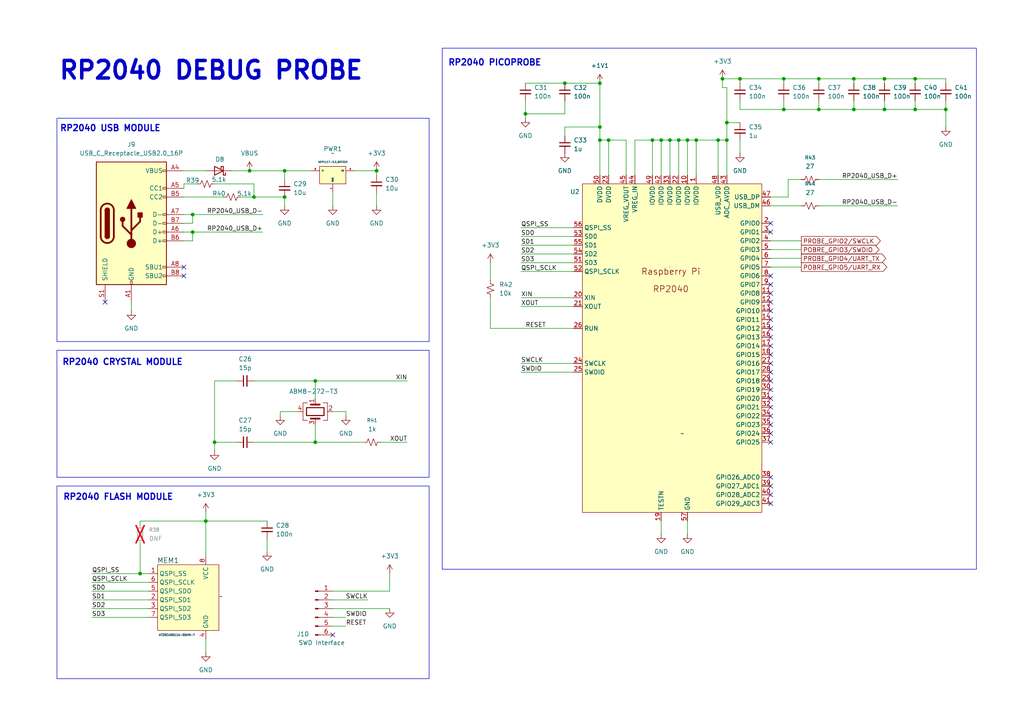
<source format=kicad_sch>
(kicad_sch (version 20250114) (generator "eeschema") (generator_version "9.0")
  (paper "A4")
  (title_block (title "EcoBoard") (company "EcoEnterprise"))
  (lib_symbols
    (symbol "Connector:Conn_01x06_Pin" (pin_names (offset 1.016) (hide yes))
      (property "Reference" "J" (at 0 7.62 0))
      (property "Value" "Conn_01x06_Pin" (at 0 -10.16 0))
      (symbol "Conn_01x06_Pin_1_1"
        (rectangle (start 0.8636 5.207) (end 0 4.953) (stroke (width 0.1524)) (fill (type outline)))
        (rectangle (start 0.8636 2.667) (end 0 2.413) (stroke (width 0.1524)) (fill (type outline)))
        (rectangle (start 0.8636 0.127) (end 0 -0.127) (stroke (width 0.1524)) (fill (type outline)))
        (rectangle (start 0.8636 -2.413) (end 0 -2.667) (stroke (width 0.1524)) (fill (type outline)))
        (rectangle (start 0.8636 -4.953) (end 0 -5.207) (stroke (width 0.1524)) (fill (type outline)))
        (rectangle (start 0.8636 -7.493) (end 0 -7.747) (stroke (width 0.1524)) (fill (type outline)))
        (polyline (pts (xy 1.27 5.08) (xy 0.8636 5.08)) (stroke (width 0.1524)))
        (polyline (pts (xy 1.27 2.54) (xy 0.8636 2.54)) (stroke (width 0.1524)))
        (polyline (pts (xy 1.27 0) (xy 0.8636 0)) (stroke (width 0.1524)))
        (polyline (pts (xy 1.27 -2.54) (xy 0.8636 -2.54)) (stroke (width 0.1524)))
        (polyline (pts (xy 1.27 -5.08) (xy 0.8636 -5.08)) (stroke (width 0.1524)))
        (polyline (pts (xy 1.27 -7.62) (xy 0.8636 -7.62)) (stroke (width 0.1524)))
        (pin passive line (at 5.08 5.08 180) (length 3.81) (name "Pin_1") (number "1"))
        (pin passive line (at 5.08 2.54 180) (length 3.81) (name "Pin_2") (number "2"))
        (pin passive line (at 5.08 0 180) (length 3.81) (name "Pin_3") (number "3"))
        (pin passive line (at 5.08 -2.54 180) (length 3.81) (name "Pin_4") (number "4"))
        (pin passive line (at 5.08 -5.08 180) (length 3.81) (name "Pin_5") (number "5"))
        (pin passive line (at 5.08 -7.62 180) (length 3.81) (name "Pin_6") (number "6"))
      )
    )
    (symbol "Connector:USB_C_Receptacle_USB2.0_16P" (pin_names (offset 1.016))
      (property "Reference" "J" (at 0 22.225 0))
      (property "Value" "USB_C_Receptacle_USB2.0_16P" (at 0 19.685 0))
      (symbol "USB_C_Receptacle_USB2.0_16P_0_0"
        (rectangle (start -0.254 -17.78) (end 0.254 -16.764))
        (rectangle (start 10.16 15.494) (end 9.144 14.986))
        (rectangle (start 10.16 10.414) (end 9.144 9.906))
        (rectangle (start 10.16 7.874) (end 9.144 7.366))
        (rectangle (start 10.16 2.794) (end 9.144 2.286))
        (rectangle (start 10.16 0.254) (end 9.144 -0.254))
        (rectangle (start 10.16 -2.286) (end 9.144 -2.794))
        (rectangle (start 10.16 -4.826) (end 9.144 -5.334))
        (rectangle (start 10.16 -12.446) (end 9.144 -12.954))
        (rectangle (start 10.16 -14.986) (end 9.144 -15.494))
      )
      (symbol "USB_C_Receptacle_USB2.0_16P_0_1"
        (rectangle (start -10.16 17.78) (end 10.16 -17.78) (stroke (width 0.254)) (fill (type background)))
        (polyline (pts (xy -8.89 -3.81) (xy -8.89 3.81)) (stroke (width 0.508)))
        (rectangle (start -7.62 -3.81) (end -6.35 3.81) (stroke (width 0.254)) (fill (type outline)))
        (arc (start -7.62 3.81) (mid -6.985 4.4423) (end -6.35 3.81) (stroke (width 0.254)))
        (arc (start -7.62 3.81) (mid -6.985 4.4423) (end -6.35 3.81) (stroke (width 0.254)) (fill (type outline)))
        (arc (start -8.89 3.81) (mid -6.985 5.7067) (end -5.08 3.81) (stroke (width 0.508)))
        (arc (start -5.08 -3.81) (mid -6.985 -5.7067) (end -8.89 -3.81) (stroke (width 0.508)))
        (arc (start -6.35 -3.81) (mid -6.985 -4.4423) (end -7.62 -3.81) (stroke (width 0.254)))
        (arc (start -6.35 -3.81) (mid -6.985 -4.4423) (end -7.62 -3.81) (stroke (width 0.254)) (fill (type outline)))
        (polyline (pts (xy -5.08 3.81) (xy -5.08 -3.81)) (stroke (width 0.508)))
        (circle (center -2.54 1.143) (radius 0.635) (stroke (width 0.254)) (fill (type outline)))
        (polyline (pts (xy -1.27 4.318) (xy 0 6.858) (xy 1.27 4.318) (xy -1.27 4.318)) (stroke (width 0.254)) (fill (type outline)))
        (polyline (pts (xy 0 -2.032) (xy 2.54 0.508) (xy 2.54 1.778)) (stroke (width 0.508)))
        (polyline (pts (xy 0 -3.302) (xy -2.54 -0.762) (xy -2.54 0.508)) (stroke (width 0.508)))
        (polyline (pts (xy 0 -5.842) (xy 0 4.318)) (stroke (width 0.508)))
        (circle (center 0 -5.842) (radius 1.27) (fill (type outline)))
        (rectangle (start 1.905 1.778) (end 3.175 3.048) (stroke (width 0.254)) (fill (type outline)))
      )
      (symbol "USB_C_Receptacle_USB2.0_16P_1_1"
        (pin passive line (at -7.62 -22.86 90) (length 5.08) (name "SHIELD") (number "S1"))
        (pin passive line (at 0 -22.86 90) (length 5.08) (name "GND") (number "A1"))
        (pin passive line (at 0 -22.86 90) (length 5.08) (hide yes) (name "GND") (number "A12"))
        (pin passive line (at 0 -22.86 90) (length 5.08) (hide yes) (name "GND") (number "B1"))
        (pin passive line (at 0 -22.86 90) (length 5.08) (hide yes) (name "GND") (number "B12"))
        (pin passive line (at 15.24 15.24 180) (length 5.08) (name "VBUS") (number "A4"))
        (pin passive line (at 15.24 15.24 180) (length 5.08) (hide yes) (name "VBUS") (number "A9"))
        (pin passive line (at 15.24 15.24 180) (length 5.08) (hide yes) (name "VBUS") (number "B4"))
        (pin passive line (at 15.24 15.24 180) (length 5.08) (hide yes) (name "VBUS") (number "B9"))
        (pin bidirectional line (at 15.24 10.16 180) (length 5.08) (name "CC1") (number "A5"))
        (pin bidirectional line (at 15.24 7.62 180) (length 5.08) (name "CC2") (number "B5"))
        (pin bidirectional line (at 15.24 2.54 180) (length 5.08) (name "D-") (number "A7"))
        (pin bidirectional line (at 15.24 0 180) (length 5.08) (name "D-") (number "B7"))
        (pin bidirectional line (at 15.24 -2.54 180) (length 5.08) (name "D+") (number "A6"))
        (pin bidirectional line (at 15.24 -5.08 180) (length 5.08) (name "D+") (number "B6"))
        (pin bidirectional line (at 15.24 -12.7 180) (length 5.08) (name "SBU1") (number "A8"))
        (pin bidirectional line (at 15.24 -15.24 180) (length 5.08) (name "SBU2") (number "B8"))
      )
    )
    (symbol "Device:C_Small" (pin_numbers (hide yes)) (pin_names (offset 0.254) (hide yes))
      (property "Reference" "C" (at 0.254 1.778 0))
      (property "Value" "C_Small" (at 0.254 -2.032 0))
      (symbol "C_Small_0_1"
        (polyline (pts (xy -1.524 0.508) (xy 1.524 0.508)) (stroke (width 0.3048)))
        (polyline (pts (xy -1.524 -0.508) (xy 1.524 -0.508)) (stroke (width 0.3302)))
      )
      (symbol "C_Small_1_1"
        (pin passive line (at 0 2.54 270) (length 2.032) (name "~") (number "1"))
        (pin passive line (at 0 -2.54 90) (length 2.032) (name "~") (number "2"))
      )
    )
    (symbol "Device:Crystal_GND24" (pin_names (offset 1.016) (hide yes))
      (property "Reference" "Y" (at 3.175 5.08 0))
      (property "Value" "Crystal_GND24" (at 3.175 3.175 0))
      (symbol "Crystal_GND24_0_1"
        (polyline (pts (xy -2.54 2.286) (xy -2.54 3.556) (xy 2.54 3.556) (xy 2.54 2.286)))
        (polyline (pts (xy -2.54 0) (xy -2.032 0)))
        (polyline (pts (xy -2.54 -2.286) (xy -2.54 -3.556) (xy 2.54 -3.556) (xy 2.54 -2.286)))
        (polyline (pts (xy -2.032 -1.27) (xy -2.032 1.27)) (stroke (width 0.508)))
        (rectangle (start -1.143 2.54) (end 1.143 -2.54) (stroke (width 0.3048)))
        (polyline (pts (xy 0 3.556) (xy 0 3.81)))
        (polyline (pts (xy 0 -3.81) (xy 0 -3.556)))
        (polyline (pts (xy 2.032 0) (xy 2.54 0)))
        (polyline (pts (xy 2.032 -1.27) (xy 2.032 1.27)) (stroke (width 0.508)))
      )
      (symbol "Crystal_GND24_1_1"
        (pin passive line (at -3.81 0 0) (length 1.27) (name "1") (number "1"))
        (pin passive line (at 0 5.08 270) (length 1.27) (name "2") (number "2"))
        (pin passive line (at 0 -5.08 90) (length 1.27) (name "4") (number "4"))
        (pin passive line (at 3.81 0 180) (length 1.27) (name "3") (number "3"))
      )
    )
    (symbol "Device:R_Small" (pin_numbers (hide yes)) (pin_names (offset 0.254) (hide yes))
      (property "Reference" "R" (at 0 0 90))
      (property "Value" "R_Small" (at 1.778 0 90))
      (symbol "R_Small_0_1"
        (rectangle (start -0.762 1.778) (end 0.762 -1.778) (stroke (width 0.2032)))
      )
      (symbol "R_Small_1_1"
        (pin passive line (at 0 2.54 270) (length 0.762) (name "~") (number "1"))
        (pin passive line (at 0 -2.54 90) (length 0.762) (name "~") (number "2"))
      )
    )
    (symbol "Device:R_Small_US" (pin_numbers (hide yes)) (pin_names (offset 0.254) (hide yes))
      (property "Reference" "R" (at 0.762 0.508 0))
      (property "Value" "R_Small_US" (at 0.762 -1.016 0))
      (symbol "R_Small_US_1_1"
        (polyline (pts (xy 0 1.524) (xy 1.016 1.143) (xy 0 0.762) (xy -1.016 0.381) (xy 0 0)))
        (polyline (pts (xy 0 0) (xy 1.016 -0.381) (xy 0 -0.762) (xy -1.016 -1.143) (xy 0 -1.524)))
        (pin passive line (at 0 2.54 270) (length 1.016) (name "~") (number "1"))
        (pin passive line (at 0 -2.54 90) (length 1.016) (name "~") (number "2"))
      )
    )
    (symbol "Diode:SB120" (pin_numbers (hide yes)) (pin_names (offset 1.016) (hide yes))
      (property "Reference" "D" (at 0 2.54 0))
      (property "Value" "SB120" (at 0 -2.54 0))
      (symbol "SB120_0_1"
        (polyline (pts (xy -1.905 0.635) (xy -1.905 1.27) (xy -1.27 1.27) (xy -1.27 -1.27) (xy -0.635 -1.27) (xy -0.635 -0.635)) (stroke (width 0.254)))
        (polyline (pts (xy 1.27 1.27) (xy 1.27 -1.27) (xy -1.27 0) (xy 1.27 1.27)) (stroke (width 0.254)))
        (polyline (pts (xy 1.27 0) (xy -1.27 0)))
      )
      (symbol "SB120_1_1"
        (pin passive line (at -3.81 0 0) (length 2.54) (name "K") (number "1"))
        (pin passive line (at 3.81 0 180) (length 2.54) (name "A") (number "2"))
      )
    )
    (symbol "PROBE-SYMBOL-LIB:NCP1117-3.3SOT_223"
      (property "Reference" "PWR" (at 0 0 0))
      (symbol "NCP1117-3.3SOT_223_1_1"
        (rectangle (start -3.81 -5.08) (end 3.81 -10.16) (fill (type background)))
        (text "NCP1117-3.3_SOT223" (at 0 -3.81 0) (effects (font (size 0.5 0.5))))
        (pin bidirectional line (at -6.35 -6.35 0) (length 2.54) (name "VI") (number "3"))
        (pin bidirectional line (at 0 -12.7 90) (length 2.54) (name "GND") (number "1"))
        (pin bidirectional line (at 6.35 -6.35 180) (length 2.54) (name "VO") (number "2"))
      )
    )
    (symbol "PROBE-SYMBOL-LIB:RP2040_Flash_MEM"
      (property "Reference" "MEM1" (at -5.842 10.16 0))
      (property "Value" "~" (at 8.89 -0.2413 0))
      (symbol "RP2040_Flash_MEM_1_1"
        (rectangle (start -8.89 8.89) (end 8.89 -10.16) (fill (type background)))
        (text "AT25EU0011A-SSHN-T" (at -3.302 -11.43 0) (effects (font (size 0.6 0.6))))
        (pin bidirectional line (at -11.43 6.35 0) (length 2.54) (name "QSPI_SS") (number "1"))
        (pin bidirectional line (at -11.43 3.81 0) (length 2.54) (name "QSPI_SCLK") (number "6"))
        (pin bidirectional line (at -11.43 1.27 0) (length 2.54) (name "QSPI_SDO") (number "5"))
        (pin bidirectional line (at -11.43 -1.27 0) (length 2.54) (name "QSPI_SD1") (number "2"))
        (pin bidirectional line (at -11.43 -3.81 0) (length 2.54) (name "QSPI_SD2") (number "3"))
        (pin bidirectional line (at -11.43 -6.35 0) (length 2.54) (name "QSPI_SD3") (number "7"))
        (pin bidirectional line (at 5.08 11.43 270) (length 2.54) (name "VCC") (number "8"))
        (pin bidirectional line (at 5.08 -12.7 90) (length 2.54) (name "GND") (number "4"))
      )
    )
    (symbol "RP2040_1"
      (property "Reference" "U4" (at -26.416 44.704 0))
      (property "Value" "~" (at 5.5516 -25.4 0))
      (symbol "RP2040_1_0_1"
        (rectangle (start 2.54 22.86) (end 2.54 22.86))
        (rectangle (start 2.54 22.86) (end 2.54 22.86))
      )
      (symbol "RP2040_1_1_1"
        (rectangle (start -22.86 46.99) (end 29.21 -48.26) (stroke (width 0) (color 132 0 0 1)) (fill (type background)))
        (text "Raspberry Pi\n" (at 2.794 21.59 0) (effects (font (size 1.778 1.778) (thickness 0.1588))))
        (text "RP2040" (at 2.794 16.51 0) (effects (font (size 1.778 1.778))))
        (pin bidirectional line (at -25.4 34.29 0) (length 2.54) (name "QSPI_SS") (number "56"))
        (pin bidirectional line (at -25.4 31.75 0) (length 2.54) (name "SD0") (number "53"))
        (pin bidirectional line (at -25.4 29.21 0) (length 2.54) (name "SD1") (number "55"))
        (pin bidirectional line (at -25.4 26.67 0) (length 2.54) (name "SD2") (number "54"))
        (pin bidirectional line (at -25.4 24.13 0) (length 2.54) (name "SD3") (number "51"))
        (pin bidirectional line (at -25.4 21.59 0) (length 2.54) (name "QSPI_SCLK") (number "52"))
        (pin bidirectional line (at -25.4 13.97 0) (length 2.54) (name "XIN") (number "20"))
        (pin bidirectional line (at -25.4 11.43 0) (length 2.54) (name "XOUT") (number "21"))
        (pin bidirectional line (at -25.4 5.08 0) (length 2.54) (name "RUN") (number "26"))
        (pin bidirectional line (at -25.4 -5.08 0) (length 2.54) (name "SWCLK") (number "24"))
        (pin bidirectional line (at -25.4 -7.62 0) (length 2.54) (name "SWDIO") (number "25"))
        (pin bidirectional line (at -17.78 49.53 270) (length 2.54) (name "DVDD") (number "50"))
        (pin bidirectional line (at -15.24 49.53 270) (length 2.54) (name "DVDD") (number "23"))
        (pin bidirectional line (at -10.16 49.53 270) (length 2.54) (name "VREG_VOUT") (number "45"))
        (pin bidirectional line (at -7.62 49.53 270) (length 2.54) (name "VREG_IN") (number "44"))
        (pin bidirectional line (at -2.54 49.53 270) (length 2.54) (name "IOVDD") (number "49"))
        (pin bidirectional line (at 0 49.53 270) (length 2.54) (name "IOVDD") (number "42"))
        (pin bidirectional line (at 0 -50.8 90) (length 2.54) (name "TESTN") (number "19"))
        (pin bidirectional line (at 2.54 49.53 270) (length 2.54) (name "IOVDD") (number "33"))
        (pin bidirectional line (at 5.08 49.53 270) (length 2.54) (name "IOVDD") (number "22"))
        (pin bidirectional line (at 7.62 49.53 270) (length 2.54) (name "IOVDD") (number "10"))
        (pin bidirectional line (at 7.62 -50.8 90) (length 2.54) (name "GND") (number "57"))
        (pin bidirectional line (at 10.16 49.53 270) (length 2.54) (name "IOVDD") (number "1"))
        (pin bidirectional line (at 16.51 49.53 270) (length 2.54) (name "USB_VDD") (number "48"))
        (pin bidirectional line (at 19.05 49.53 270) (length 2.54) (name "ADC_AVDD") (number "43"))
        (pin bidirectional line (at 31.75 43.18 180) (length 2.54) (name "USB_DP") (number "47"))
        (pin bidirectional line (at 31.75 40.64 180) (length 2.54) (name "USB_DM") (number "46"))
        (pin bidirectional line (at 31.75 35.56 180) (length 2.54) (name "GPIO0") (number "2"))
        (pin bidirectional line (at 31.75 33.02 180) (length 2.54) (name "GPIO1") (number "3"))
        (pin bidirectional line (at 31.75 30.48 180) (length 2.54) (name "GPIO2") (number "4"))
        (pin bidirectional line (at 31.75 27.94 180) (length 2.54) (name "GPIO3") (number "5"))
        (pin bidirectional line (at 31.75 25.4 180) (length 2.54) (name "GPIO4") (number "6"))
        (pin bidirectional line (at 31.75 22.86 180) (length 2.54) (name "GPIO5") (number "7"))
        (pin bidirectional line (at 31.75 20.32 180) (length 2.54) (name "GPIO6") (number "8"))
        (pin bidirectional line (at 31.75 17.78 180) (length 2.54) (name "GPIO7") (number "9"))
        (pin bidirectional line (at 31.75 15.24 180) (length 2.54) (name "GPIO8") (number "11"))
        (pin bidirectional line (at 31.75 12.7 180) (length 2.54) (name "GPIO9") (number "12"))
        (pin bidirectional line (at 31.75 10.16 180) (length 2.54) (name "GPIO10") (number "13"))
        (pin bidirectional line (at 31.75 7.62 180) (length 2.54) (name "GPIO11") (number "14"))
        (pin bidirectional line (at 31.75 5.08 180) (length 2.54) (name "GPIO12") (number "15"))
        (pin bidirectional line (at 31.75 2.54 180) (length 2.54) (name "GPIO13") (number "16"))
        (pin bidirectional line (at 31.75 0 180) (length 2.54) (name "GPIO14") (number "17"))
        (pin bidirectional line (at 31.75 -2.54 180) (length 2.54) (name "GPIO15") (number "18"))
        (pin bidirectional line (at 31.75 -5.08 180) (length 2.54) (name "GPIO16") (number "27"))
        (pin bidirectional line (at 31.75 -7.62 180) (length 2.54) (name "GPIO17") (number "28"))
        (pin bidirectional line (at 31.75 -10.16 180) (length 2.54) (name "GPIO18") (number "29"))
        (pin bidirectional line (at 31.75 -12.7 180) (length 2.54) (name "GPIO19") (number "30"))
        (pin bidirectional line (at 31.75 -15.24 180) (length 2.54) (name "GPIO20") (number "31"))
        (pin bidirectional line (at 31.75 -17.78 180) (length 2.54) (name "GPIO21") (number "32"))
        (pin bidirectional line (at 31.75 -20.32 180) (length 2.54) (name "GPIO22") (number "34"))
        (pin bidirectional line (at 31.75 -22.86 180) (length 2.54) (name "GPIO23") (number "35"))
        (pin bidirectional line (at 31.75 -25.4 180) (length 2.54) (name "GPIO24") (number "36"))
        (pin bidirectional line (at 31.75 -27.94 180) (length 2.54) (name "GPIO25") (number "37"))
        (pin bidirectional line (at 31.75 -38.1 180) (length 2.54) (name "GPIO26_ADC0") (number "38"))
        (pin bidirectional line (at 31.75 -40.64 180) (length 2.54) (name "GPIO27_ADC1") (number "39"))
        (pin bidirectional line (at 31.75 -43.18 180) (length 2.54) (name "GPIO28_ADC2") (number "40"))
        (pin bidirectional line (at 31.75 -45.72 180) (length 2.54) (name "GPIO29_ADC3") (number "41"))
      )
    )
    (symbol "power:+1V1" (power) (pin_numbers (hide yes)) (pin_names (offset 0) (hide yes))
      (property "Value" "+1V1" (at 0 3.556 0))
      (symbol "+1V1_0_1"
        (polyline (pts (xy -0.762 1.27) (xy 0 2.54)))
        (polyline (pts (xy 0 2.54) (xy 0.762 1.27)))
        (polyline (pts (xy 0 0) (xy 0 2.54)))
      )
      (symbol "+1V1_1_1"
        (pin power_in line (at 0 0 90) (length 0) (name "~") (number "1"))
      )
    )
    (symbol "power:+3V3" (power) (pin_numbers (hide yes)) (pin_names (offset 0) (hide yes))
      (property "Value" "+3V3" (at 0 3.556 0))
      (symbol "+3V3_0_1"
        (polyline (pts (xy -0.762 1.27) (xy 0 2.54)))
        (polyline (pts (xy 0 2.54) (xy 0.762 1.27)))
        (polyline (pts (xy 0 0) (xy 0 2.54)))
      )
      (symbol "+3V3_1_1"
        (pin power_in line (at 0 0 90) (length 0) (name "~") (number "1"))
      )
    )
    (symbol "power:GND" (power) (pin_numbers (hide yes)) (pin_names (offset 0) (hide yes))
      (property "Value" "GND" (at 0 -3.81 0))
      (symbol "GND_0_1"
        (polyline (pts (xy 0 0) (xy 0 -1.27) (xy 1.27 -1.27) (xy 0 -2.54) (xy -1.27 -1.27) (xy 0 -1.27)))
      )
      (symbol "GND_1_1"
        (pin power_in line (at 0 0 270) (length 0) (name "~") (number "1"))
      )
    )
    (symbol "power:VBUS" (power) (pin_numbers (hide yes)) (pin_names (offset 0) (hide yes))
      (property "Value" "VBUS" (at 0 3.556 0))
      (symbol "VBUS_0_1"
        (polyline (pts (xy -0.762 1.27) (xy 0 2.54)))
        (polyline (pts (xy 0 2.54) (xy 0.762 1.27)))
        (polyline (pts (xy 0 0) (xy 0 2.54)))
      )
      (symbol "VBUS_1_1"
        (pin power_in line (at 0 0 90) (length 0) (name "~") (number "1"))
      )
    )
  )
  (rectangle (start 16.51 101.6) (end 124.46 138.43))
  (rectangle (start 128.27 13.97) (end 283.21 165.1))
  (rectangle (start 16.51 140.97) (end 124.46 196.85))
  (rectangle (start 16.51 34.29) (end 124.46 99.06))
  (text "RP2040 USB MODULE" (at 32.004 37.338 0) (effects (font (size 1.778 1.778) (thickness 0.3556) (bold yes))))
  (text "RP2040 DEBUG PROBE" (at 61.214 20.574 0) (effects (font (size 5.08 5.08) (thickness 1.016) (bold yes))))
  (text "RP2040 PICOPROBE" (at 143.51 18.288 0) (effects (font (size 1.778 1.778) (thickness 0.3556) (bold yes))))
  (text "RP2040 CRYSTAL MODULE" (at 35.56 105.156 0) (effects (font (size 1.778 1.778) (thickness 0.3556) (bold yes))))
  (text "RP2040 FLASH MODULE" (at 34.29 144.272 0) (effects (font (size 1.778 1.778) (thickness 0.3556) (bold yes))))
  (junction (at 237.49 31.75))
  (junction (at 210.82 35.56))
  (junction (at 191.77 40.64))
  (junction (at 196.85 40.64))
  (junction (at 173.99 40.64))
  (junction (at 55.88 62.23))
  (junction (at 256.54 22.86))
  (junction (at 247.65 31.75))
  (junction (at 173.99 24.13))
  (junction (at 109.22 49.53))
  (junction (at 247.65 22.86))
  (junction (at 208.28 40.64))
  (junction (at 201.93 40.64))
  (junction (at 82.55 57.15))
  (junction (at 176.53 40.64))
  (junction (at 227.33 22.86))
  (junction (at 40.64 166.37))
  (junction (at 214.63 22.86))
  (junction (at 163.83 24.13))
  (junction (at 265.43 31.75))
  (junction (at 73.66 57.15))
  (junction (at 173.99 36.83))
  (junction (at 237.49 22.86))
  (junction (at 152.4 33.02))
  (junction (at 91.44 128.27))
  (junction (at 256.54 31.75))
  (junction (at 274.32 31.75))
  (junction (at 59.69 151.13))
  (junction (at 72.39 49.53))
  (junction (at 227.33 31.75))
  (junction (at 210.82 40.64))
  (junction (at 189.23 40.64))
  (junction (at 82.55 49.53))
  (junction (at 194.31 40.64))
  (junction (at 199.39 40.64))
  (junction (at 91.44 110.49))
  (junction (at 62.23 128.27))
  (junction (at 209.55 22.86))
  (junction (at 55.88 67.31))
  (junction (at 265.43 22.86))
  (no_connect (at 223.52 128.27))
  (no_connect (at 223.52 90.17))
  (no_connect (at 30.48 87.63))
  (no_connect (at 223.52 67.31))
  (no_connect (at 223.52 105.41))
  (no_connect (at 223.52 143.51))
  (no_connect (at 223.52 87.63))
  (no_connect (at 223.52 95.25))
  (no_connect (at 223.52 113.03))
  (no_connect (at 53.34 77.47))
  (no_connect (at 223.52 110.49))
  (no_connect (at 53.34 80.01))
  (no_connect (at 223.52 102.87))
  (no_connect (at 223.52 118.11))
  (no_connect (at 223.52 138.43))
  (no_connect (at 223.52 80.01))
  (no_connect (at 223.52 146.05))
  (no_connect (at 223.52 107.95))
  (no_connect (at 96.52 184.15))
  (no_connect (at 223.52 140.97))
  (no_connect (at 223.52 92.71))
  (no_connect (at 223.52 97.79))
  (no_connect (at 223.52 100.33))
  (no_connect (at 223.52 85.09))
  (no_connect (at 223.52 125.73))
  (no_connect (at 223.52 123.19))
  (no_connect (at 223.52 115.57))
  (no_connect (at 223.52 120.65))
  (no_connect (at 223.52 64.77))
  (no_connect (at 223.52 82.55))
  (wire (pts (xy 53.34 69.85) (xy 55.88 69.85)))
  (wire (pts (xy 256.54 22.86) (xy 256.54 24.13)))
  (wire (pts (xy 232.41 74.93) (xy 223.52 74.93)))
  (wire (pts (xy 196.85 40.64) (xy 199.39 40.64)))
  (wire (pts (xy 227.33 29.21) (xy 227.33 31.75)))
  (wire (pts (xy 55.88 69.85) (xy 55.88 67.31)))
  (wire (pts (xy 163.83 39.37) (xy 163.83 36.83)))
  (wire (pts (xy 223.52 57.15) (xy 228.6 57.15)))
  (wire (pts (xy 96.52 55.88) (xy 96.52 59.69)))
  (wire (pts (xy 62.23 110.49) (xy 68.58 110.49)))
  (wire (pts (xy 191.77 151.13) (xy 191.77 154.94)))
  (wire (pts (xy 210.82 35.56) (xy 210.82 40.64)))
  (wire (pts (xy 194.31 40.64) (xy 194.31 50.8)))
  (wire (pts (xy 59.69 151.13) (xy 77.47 151.13)))
  (wire (pts (xy 142.24 86.36) (xy 142.24 95.25)))
  (wire (pts (xy 237.49 52.07) (xy 260.35 52.07)))
  (wire (pts (xy 199.39 151.13) (xy 199.39 154.94)))
  (wire (pts (xy 237.49 29.21) (xy 237.49 31.75)))
  (wire (pts (xy 102.87 49.53) (xy 109.22 49.53)))
  (wire (pts (xy 91.44 110.49) (xy 91.44 115.57)))
  (wire (pts (xy 53.34 64.77) (xy 55.88 64.77)))
  (wire (pts (xy 72.39 49.53) (xy 82.55 49.53)))
  (wire (pts (xy 210.82 25.4) (xy 210.82 35.56)))
  (wire (pts (xy 73.66 53.34) (xy 73.66 57.15)))
  (wire (pts (xy 82.55 57.15) (xy 82.55 59.69)))
  (wire (pts (xy 96.52 176.53) (xy 113.03 176.53)))
  (wire (pts (xy 67.31 49.53) (xy 72.39 49.53)))
  (wire (pts (xy 209.55 22.86) (xy 209.55 25.4)))
  (wire (pts (xy 96.52 119.38) (xy 100.33 119.38)))
  (wire (pts (xy 151.13 78.74) (xy 166.37 78.74)))
  (wire (pts (xy 181.61 40.64) (xy 181.61 50.8)))
  (wire (pts (xy 40.64 152.4) (xy 40.64 151.13)))
  (wire (pts (xy 151.13 86.36) (xy 166.37 86.36)))
  (wire (pts (xy 59.69 185.42) (xy 59.69 189.23)))
  (wire (pts (xy 194.31 40.64) (xy 196.85 40.64)))
  (wire (pts (xy 100.33 119.38) (xy 100.33 120.65)))
  (wire (pts (xy 26.67 176.53) (xy 43.18 176.53)))
  (wire (pts (xy 55.88 62.23) (xy 76.2 62.23)))
  (wire (pts (xy 69.85 57.15) (xy 73.66 57.15)))
  (wire (pts (xy 227.33 22.86) (xy 237.49 22.86)))
  (wire (pts (xy 142.24 95.25) (xy 166.37 95.25)))
  (wire (pts (xy 256.54 31.75) (xy 265.43 31.75)))
  (wire (pts (xy 199.39 40.64) (xy 201.93 40.64)))
  (wire (pts (xy 26.67 173.99) (xy 43.18 173.99)))
  (wire (pts (xy 256.54 22.86) (xy 265.43 22.86)))
  (wire (pts (xy 214.63 22.86) (xy 227.33 22.86)))
  (wire (pts (xy 152.4 29.21) (xy 152.4 33.02)))
  (wire (pts (xy 40.64 166.37) (xy 43.18 166.37)))
  (wire (pts (xy 214.63 29.21) (xy 214.63 31.75)))
  (wire (pts (xy 247.65 22.86) (xy 256.54 22.86)))
  (wire (pts (xy 247.65 29.21) (xy 247.65 31.75)))
  (wire (pts (xy 214.63 40.64) (xy 214.63 44.45)))
  (wire (pts (xy 274.32 29.21) (xy 274.32 31.75)))
  (wire (pts (xy 173.99 40.64) (xy 176.53 40.64)))
  (wire (pts (xy 232.41 69.85) (xy 223.52 69.85)))
  (wire (pts (xy 55.88 64.77) (xy 55.88 62.23)))
  (wire (pts (xy 256.54 29.21) (xy 256.54 31.75)))
  (wire (pts (xy 151.13 66.04) (xy 166.37 66.04)))
  (wire (pts (xy 227.33 31.75) (xy 237.49 31.75)))
  (wire (pts (xy 151.13 73.66) (xy 166.37 73.66)))
  (wire (pts (xy 247.65 22.86) (xy 247.65 24.13)))
  (wire (pts (xy 265.43 22.86) (xy 265.43 24.13)))
  (wire (pts (xy 73.66 57.15) (xy 82.55 57.15)))
  (wire (pts (xy 247.65 31.75) (xy 256.54 31.75)))
  (wire (pts (xy 142.24 76.2) (xy 142.24 81.28)))
  (wire (pts (xy 232.41 72.39) (xy 223.52 72.39)))
  (wire (pts (xy 176.53 40.64) (xy 181.61 40.64)))
  (wire (pts (xy 151.13 76.2) (xy 166.37 76.2)))
  (wire (pts (xy 152.4 33.02) (xy 152.4 34.29)))
  (wire (pts (xy 26.67 168.91) (xy 43.18 168.91)))
  (wire (pts (xy 151.13 105.41) (xy 166.37 105.41)))
  (wire (pts (xy 77.47 156.21) (xy 77.47 160.02)))
  (wire (pts (xy 214.63 22.86) (xy 214.63 24.13)))
  (wire (pts (xy 100.33 179.07) (xy 96.52 179.07)))
  (wire (pts (xy 53.34 49.53) (xy 59.69 49.53)))
  (wire (pts (xy 151.13 71.12) (xy 166.37 71.12)))
  (wire (pts (xy 53.34 53.34) (xy 53.34 54.61)))
  (wire (pts (xy 265.43 31.75) (xy 274.32 31.75)))
  (wire (pts (xy 189.23 40.64) (xy 189.23 50.8)))
  (wire (pts (xy 81.28 119.38) (xy 81.28 120.65)))
  (wire (pts (xy 109.22 49.53) (xy 109.22 50.8)))
  (wire (pts (xy 191.77 40.64) (xy 194.31 40.64)))
  (wire (pts (xy 210.82 40.64) (xy 210.82 50.8)))
  (wire (pts (xy 113.03 166.37) (xy 113.03 171.45)))
  (wire (pts (xy 86.36 119.38) (xy 81.28 119.38)))
  (wire (pts (xy 208.28 40.64) (xy 210.82 40.64)))
  (wire (pts (xy 26.67 166.37) (xy 40.64 166.37)))
  (wire (pts (xy 62.23 128.27) (xy 62.23 130.81)))
  (wire (pts (xy 173.99 40.64) (xy 173.99 50.8)))
  (wire (pts (xy 209.55 22.86) (xy 214.63 22.86)))
  (wire (pts (xy 82.55 52.07) (xy 82.55 49.53)))
  (wire (pts (xy 237.49 22.86) (xy 237.49 24.13)))
  (wire (pts (xy 40.64 157.48) (xy 40.64 166.37)))
  (wire (pts (xy 59.69 151.13) (xy 59.69 161.29)))
  (wire (pts (xy 100.33 181.61) (xy 96.52 181.61)))
  (wire (pts (xy 55.88 67.31) (xy 76.2 67.31)))
  (wire (pts (xy 210.82 35.56) (xy 214.63 35.56)))
  (wire (pts (xy 91.44 123.19) (xy 91.44 128.27)))
  (wire (pts (xy 151.13 68.58) (xy 166.37 68.58)))
  (wire (pts (xy 91.44 110.49) (xy 118.11 110.49)))
  (wire (pts (xy 91.44 128.27) (xy 105.41 128.27)))
  (wire (pts (xy 201.93 40.64) (xy 208.28 40.64)))
  (wire (pts (xy 73.66 110.49) (xy 91.44 110.49)))
  (wire (pts (xy 59.69 148.59) (xy 59.69 151.13)))
  (wire (pts (xy 62.23 110.49) (xy 62.23 128.27)))
  (wire (pts (xy 151.13 88.9) (xy 166.37 88.9)))
  (wire (pts (xy 228.6 57.15) (xy 228.6 52.07)))
  (wire (pts (xy 176.53 40.64) (xy 176.53 50.8)))
  (wire (pts (xy 62.23 128.27) (xy 68.58 128.27)))
  (wire (pts (xy 191.77 40.64) (xy 191.77 50.8)))
  (wire (pts (xy 109.22 55.88) (xy 109.22 59.69)))
  (wire (pts (xy 227.33 22.86) (xy 227.33 24.13)))
  (wire (pts (xy 152.4 24.13) (xy 163.83 24.13)))
  (wire (pts (xy 163.83 29.21) (xy 163.83 33.02)))
  (wire (pts (xy 184.15 40.64) (xy 184.15 50.8)))
  (wire (pts (xy 265.43 29.21) (xy 265.43 31.75)))
  (wire (pts (xy 106.68 173.99) (xy 96.52 173.99)))
  (wire (pts (xy 208.28 40.64) (xy 208.28 50.8)))
  (wire (pts (xy 53.34 62.23) (xy 55.88 62.23)))
  (wire (pts (xy 196.85 40.64) (xy 196.85 50.8)))
  (wire (pts (xy 232.41 77.47) (xy 223.52 77.47)))
  (wire (pts (xy 96.52 171.45) (xy 113.03 171.45)))
  (wire (pts (xy 163.83 33.02) (xy 152.4 33.02)))
  (wire (pts (xy 189.23 40.64) (xy 184.15 40.64)))
  (wire (pts (xy 189.23 40.64) (xy 191.77 40.64)))
  (wire (pts (xy 274.32 31.75) (xy 274.32 36.83)))
  (wire (pts (xy 73.66 128.27) (xy 91.44 128.27)))
  (wire (pts (xy 82.55 49.53) (xy 90.17 49.53)))
  (wire (pts (xy 274.32 22.86) (xy 274.32 24.13)))
  (wire (pts (xy 209.55 25.4) (xy 210.82 25.4)))
  (wire (pts (xy 163.83 36.83) (xy 173.99 36.83)))
  (wire (pts (xy 26.67 179.07) (xy 43.18 179.07)))
  (wire (pts (xy 214.63 31.75) (xy 227.33 31.75)))
  (wire (pts (xy 265.43 22.86) (xy 274.32 22.86)))
  (wire (pts (xy 237.49 22.86) (xy 247.65 22.86)))
  (wire (pts (xy 26.67 171.45) (xy 43.18 171.45)))
  (wire (pts (xy 110.49 128.27) (xy 118.11 128.27)))
  (wire (pts (xy 40.64 151.13) (xy 59.69 151.13)))
  (wire (pts (xy 237.49 59.69) (xy 260.35 59.69)))
  (wire (pts (xy 163.83 24.13) (xy 173.99 24.13)))
  (wire (pts (xy 53.34 53.34) (xy 57.15 53.34)))
  (wire (pts (xy 53.34 67.31) (xy 55.88 67.31)))
  (wire (pts (xy 237.49 31.75) (xy 247.65 31.75)))
  (wire (pts (xy 223.52 59.69) (xy 232.41 59.69)))
  (wire (pts (xy 228.6 52.07) (xy 232.41 52.07)))
  (wire (pts (xy 173.99 24.13) (xy 173.99 36.83)))
  (wire (pts (xy 201.93 40.64) (xy 201.93 50.8)))
  (wire (pts (xy 62.23 53.34) (xy 73.66 53.34)))
  (wire (pts (xy 199.39 40.64) (xy 199.39 50.8)))
  (wire (pts (xy 38.1 87.63) (xy 38.1 90.17)))
  (wire (pts (xy 151.13 107.95) (xy 166.37 107.95)))
  (wire (pts (xy 53.34 57.15) (xy 64.77 57.15)))
  (wire (pts (xy 173.99 36.83) (xy 173.99 40.64)))
  (label "RP2040_USB_D-" (at 260.35 59.69 180))
  (label "XOUT" (at 118.11 128.27 180))
  (label "QSPI_SS" (at 26.67 166.37 0))
  (label "XIN" (at 118.11 110.49 180))
  (label "RP2040_USB_D+" (at 260.35 52.07 180))
  (label "SD2" (at 26.67 176.53 0))
  (label "SD1" (at 151.13 71.12 0))
  (label "SD0" (at 26.67 171.45 0))
  (label "RESET" (at 152.4 95.25 0))
  (label "XOUT" (at 151.13 88.9 0))
  (label "QSPI_SCLK" (at 151.13 78.74 0))
  (label "SD2" (at 151.13 73.66 0))
  (label "SWCLK" (at 106.68 173.99 180))
  (label "SD0" (at 151.13 68.58 0))
  (label "SWDIO" (at 151.13 107.95 0))
  (label "XIN" (at 151.13 86.36 0))
  (label "SD3" (at 26.67 179.07 0))
  (label "QSPI_SS" (at 151.13 66.04 0))
  (label "SD3" (at 151.13 76.2 0))
  (label "RP2040_USB_D+" (at 76.2 67.31 180))
  (label "SD1" (at 26.67 173.99 0))
  (label "SWDIO" (at 100.33 179.07 0))
  (label "QSPI_SCLK" (at 26.67 168.91 0))
  (label "SWCLK" (at 151.13 105.41 0))
  (label "RP2040_USB_D-" (at 76.2 62.23 180))
  (label "RESET" (at 100.33 181.61 0))
  (global_label "POBRE_GPIO5{slash}UART_RX" (shape output) (at 232.41 77.47 0) (property "Intersheetrefs" "${INTERSHEET_REFS}" (effects (hide yes))))
  (global_label "PROBE_GPIO2{slash}SWCLK" (shape output) (at 232.41 69.85 0) (property "Intersheetrefs" "${INTERSHEET_REFS}" (effects (hide yes))))
  (global_label "POBRE_GPIO3{slash}SWDIO" (shape output) (at 232.41 72.39 0) (property "Intersheetrefs" "${INTERSHEET_REFS}" (effects (hide yes))))
  (global_label "PROBE_GPIO4{slash}UART_TX" (shape output) (at 232.41 74.93 0) (property "Intersheetrefs" "${INTERSHEET_REFS}" (effects (hide yes))))
  (symbol (lib_id "power:GND") (at 152.4 34.29 0) (unit 1)
    (property "Reference" "#PWR071" (effects (hide yes)))
    (property "Value" "GND" (at 152.4 39.37 0))
    (property "Description" "Power symbol creates a global label with name \"GND\" , ground" (effects (hide yes)))
  )
  (symbol (lib_id "Connector:USB_C_Receptacle_USB2.0_16P") (at 38.1 64.77 0) (unit 1)
    (property "Reference" "J9" (at 38.1 41.91 0))
    (property "Value" "USB_C_Receptacle_USB2.0_16P" (at 38.1 44.45 0))
    (property "Footprint" "Connector_USB:USB_C_Receptacle_HCTL_HC-TYPE-C-16P-01A" (effects (hide yes)))
    (property "Datasheet" "https://www.sameskydevices.com/product/resource/uj20-c-h-g-smt-1-p16-tr.pdf" (effects (hide yes)))
    (property "Description" "USB 2.0-only 16P Type-C Receptacle connector" (effects (hide yes)))
  )
  (symbol (lib_id "Device:R_Small_US") (at 234.95 52.07 90) (unit 1)
    (property "Reference" "R43" (at 234.95 45.72 90) (effects (font (size 1.016 1.016))))
    (property "Value" "27" (at 234.95 48.26 90))
    (property "Footprint" "Resistor_SMD:R_0402_1005Metric" (effects (hide yes)))
    (property "Description" "Resistor, small US symbol" (effects (hide yes)))
  )
  (symbol (lib_id "Device:R_Small") (at 40.64 154.94 180) (unit 1) (dnp yes)
    (property "Reference" "R38" (at 43.18 153.6699 0) (effects (font (size 1.016 1.016)) (justify right)))
    (property "Value" "DNF" (at 43.18 156.2099 0) (effects (justify right)))
    (property "Footprint" "Resistor_SMD:R_0402_1005Metric" (effects (hide yes)))
    (property "Description" "Resistor, small symbol" (effects (hide yes)))
  )
  (symbol (lib_id "Device:C_Small") (at 82.55 54.61 0) (unit 1)
    (property "Reference" "C29" (at 85.09 53.3462 0) (effects (justify left)))
    (property "Value" "10u" (at 85.09 55.8862 0) (effects (justify left)))
    (property "Footprint" "Capacitor_SMD:C_0402_1005Metric" (effects (hide yes)))
    (property "Datasheet" "https://calchip.com/wp-content/uploads/2025/05/GMC-Series-3.pdf" (effects (hide yes)))
    (property "Description" "Unpolarized capacitor, small symbol" (effects (hide yes)))
  )
  (symbol (lib_id "PROBE-SYMBOL-LIB:RP2040_Flash_MEM") (at 54.61 172.72 0) (unit 1)
    (property "Reference" "MEM1" (at 48.768 162.56 0) (effects (font (size 1.5 1.5))))
    (property "Value" "~" (at 63.5 172.9613 0) (effects (justify left)))
    (property "Footprint" "Footprint-FlashMEM:SOIC127P790X216-8N" (effects (hide yes)))
    (property "Datasheet" "https://www.renesas.com/en/document/dst/at25eu0011a-datasheet?queryID=ed8c6ba78147112c14d68ef10663fafc" (effects (hide yes)))
  )
  (symbol (lib_id "Connector:Conn_01x06_Pin") (at 91.44 176.53 0) (unit 1)
    (property "Reference" "J10" (at 89.662 183.896 0) (effects (justify right)))
    (property "Value" "SWD Interface" (at 100.076 186.436 0) (effects (justify right)))
    (property "Footprint" "Connector_PinSocket_2.54mm:PinSocket_1x06_P2.54mm_Vertical" (effects (hide yes)))
    (property "Description" "Generic connector, single row, 01x06, script generated" (effects (hide yes)))
  )
  (symbol (lib_id "power:GND") (at 191.77 154.94 0) (unit 1)
    (property "Reference" "#PWR074" (effects (hide yes)))
    (property "Value" "GND" (at 191.77 160.02 0))
    (property "Description" "Power symbol creates a global label with name \"GND\" , ground" (effects (hide yes)))
  )
  (symbol (lib_id "power:GND") (at 59.69 189.23 0) (unit 1)
    (property "Reference" "#PWR058" (effects (hide yes)))
    (property "Value" "GND" (at 59.69 194.31 0))
    (property "Description" "Power symbol creates a global label with name \"GND\" , ground" (effects (hide yes)))
  )
  (symbol (lib_id "Device:R_Small_US") (at 59.69 53.34 90) (unit 1)
    (property "Reference" "R39" (at 55.88 52.324 90))
    (property "Value" "5.1k" (at 63.5 52.07 90))
    (property "Footprint" "Resistor_SMD:R_0402_1005Metric" (effects (hide yes)))
    (property "Datasheet" "https://www.digikey.com.br/en/products/detail/yageo/RC0402FR-7W5K1L/17018192" (effects (hide yes)))
    (property "Description" "Resistor, small US symbol" (effects (hide yes)))
    (property "MPN" "RC0402FR-7W5K1L" (effects (hide yes)))
  )
  (symbol (lib_id "Device:C_Small") (at 163.83 26.67 0) (unit 1)
    (property "Reference" "C32" (at 166.37 25.4062 0) (effects (justify left)))
    (property "Value" "100n" (at 166.37 27.9462 0) (effects (justify left)))
    (property "Footprint" "Capacitor_SMD:C_0402_1005Metric" (effects (hide yes)))
    (property "Datasheet" "https://mm.digikey.com/Volume0/opasdata/d220001/medias/docus/609/CL05B104KP5NNNC_Spec.pdf" (effects (hide yes)))
    (property "Description" "Unpolarized capacitor, small symbol" (effects (hide yes)))
  )
  (symbol (lib_id "power:VBUS") (at 72.39 49.53 0) (unit 1)
    (property "Reference" "#PWR060" (effects (hide yes)))
    (property "Value" "VBUS" (at 72.39 44.45 0))
    (property "Description" "Power symbol creates a global label with name \"VBUS\"" (effects (hide yes)))
  )
  (symbol (lib_id "Device:R_Small_US") (at 142.24 83.82 0) (unit 1)
    (property "Reference" "R42" (at 144.78 82.5499 0) (effects (justify left)))
    (property "Value" "10k" (at 144.78 85.0899 0) (effects (justify left)))
    (property "Datasheet" "https://www.digikey.com.br/en/products/detail/te-connectivity-passive-product/CRGP0402F10K/8576969?s=N4IgjCBcoExaBjKAzAhgGwM4FMA0IB7KAbXAAYAOAdgE4R8wwAWa%2B8GANgGYIGKyuFNmA4BWJl2E0uHIQF18ABwAuUEAGVlAJwCWAOwDmIAL4MO8EEkhoseQiRBcaYUfKWrIG7fqOmQAWjhoSyhtAFc7IkhSUTY6OT9-OmCrcMiHCAS-INIwLjIAAgB5AAkAWWEyAGsQBKA" (effects (hide yes)))
    (property "Description" "Resistor, small US symbol" (effects (hide yes)))
    (property "MPN" "CRGP0402F10K" (effects (hide yes)))
  )
  (symbol (lib_id "Device:C_Small") (at 71.12 128.27 270) (unit 1)
    (property "Reference" "C27" (at 71.1136 121.92 90))
    (property "Value" "15p" (at 71.1136 124.46 90))
    (property "Footprint" "Capacitor_SMD:C_0402_1005Metric" (effects (hide yes)))
    (property "Datasheet" "https://www.digikey.com/en/products/detail/murata-electronics/GJM1555C1H150GB01D/2592856" (effects (hide yes)))
    (property "Description" "Unpolarized capacitor, small symbol" (effects (hide yes)))
  )
  (symbol (lib_id "Device:R_Small_US") (at 67.31 57.15 90) (unit 1)
    (property "Reference" "R40" (at 63.5 56.134 90))
    (property "Value" "5.1k" (at 70.866 56.134 90))
    (property "Footprint" "Resistor_SMD:R_0402_1005Metric" (effects (hide yes)))
    (property "Datasheet" "https://www.digikey.com.br/en/products/detail/yageo/RC0402FR-7W5K1L/17018192" (effects (hide yes)))
    (property "Description" "Resistor, small US symbol" (effects (hide yes)))
    (property "MPN" "RC0402FR-7W5K1L" (effects (hide yes)))
  )
  (symbol (lib_id "power:GND") (at 38.1 90.17 0) (unit 1)
    (property "Reference" "#PWR056" (effects (hide yes)))
    (property "Value" "GND" (at 38.1 95.25 0))
    (property "Description" "Power symbol creates a global label with name \"GND\" , ground" (effects (hide yes)))
  )
  (symbol (lib_id "power:GND") (at 96.52 59.69 0) (unit 1)
    (property "Reference" "#PWR064" (effects (hide yes)))
    (property "Value" "GND" (at 96.52 64.77 0))
    (property "Description" "Power symbol creates a global label with name \"GND\" , ground" (effects (hide yes)))
  )
  (symbol (lib_id "Device:C_Small") (at 247.65 26.67 0) (unit 1)
    (property "Reference" "C38" (at 250.19 25.4062 0) (effects (justify left)))
    (property "Value" "100n" (at 250.19 27.9462 0) (effects (justify left)))
    (property "Footprint" "Capacitor_SMD:C_0402_1005Metric" (effects (hide yes)))
    (property "Datasheet" "https://mm.digikey.com/Volume0/opasdata/d220001/medias/docus/609/CL05B104KP5NNNC_Spec.pdf" (effects (hide yes)))
    (property "Description" "Unpolarized capacitor, small symbol" (effects (hide yes)))
  )
  (symbol (lib_id "Device:C_Small") (at 214.63 38.1 0) (unit 1)
    (property "Reference" "C35" (at 217.17 36.8362 0) (effects (justify left)))
    (property "Value" "1u" (at 217.17 39.3762 0) (effects (justify left)))
    (property "Footprint" "Capacitor_SMD:C_0402_1005Metric" (effects (hide yes)))
    (property "Datasheet" "https://mm.digikey.com/Volume0/opasdata/d220001/medias/docus/3584/CL10B105KP8NNNC_Spec.pdf" (effects (hide yes)))
    (property "Description" "Unpolarized capacitor, small symbol" (effects (hide yes)))
  )
  (symbol (lib_id "power:GND") (at 163.83 44.45 0) (unit 1)
    (property "Reference" "#PWR072" (effects (hide yes)))
    (property "Value" "GND" (at 163.83 49.53 0))
    (property "Description" "Power symbol creates a global label with name \"GND\" , ground" (effects (hide yes)))
  )
  (symbol (lib_id "Device:C_Small") (at 77.47 153.67 0) (unit 1)
    (property "Reference" "C28" (at 80.01 152.4062 0) (effects (justify left)))
    (property "Value" "100n" (at 80.01 154.9462 0) (effects (justify left)))
    (property "Footprint" "Capacitor_SMD:C_0402_1005Metric" (effects (hide yes)))
    (property "Datasheet" "https://mm.digikey.com/Volume0/opasdata/d220001/medias/docus/609/CL05B104KP5NNNC_Spec.pdf" (effects (hide yes)))
    (property "Description" "Unpolarized capacitor, small symbol" (effects (hide yes)))
  )
  (symbol (lib_id "PROBE-SYMBOL-LIB:NCP1117-3.3SOT_223") (at 96.52 43.18 0) (unit 1)
    (property "Reference" "PWR1" (at 96.52 43.18 0))
    (property "Value" "~" (at 96.52 44.45 0))
    (property "Footprint" "Footprint-NP1117-POWER-SUPPLY:SOT230P700X175-4N" (effects (hide yes)))
    (property "Datasheet" "https://www.digikey.com.br/pt/products/detail/onsemi/NCP1117LPST33T3G/2194024" (effects (hide yes)))
  )
  (symbol (lib_id "Device:C_Small") (at 152.4 26.67 0) (unit 1)
    (property "Reference" "C31" (at 154.94 25.4062 0) (effects (justify left)))
    (property "Value" "100n" (at 154.94 27.9462 0) (effects (justify left)))
    (property "Footprint" "Capacitor_SMD:C_0402_1005Metric" (effects (hide yes)))
    (property "Datasheet" "https://mm.digikey.com/Volume0/opasdata/d220001/medias/docus/609/CL05B104KP5NNNC_Spec.pdf" (effects (hide yes)))
    (property "Description" "Unpolarized capacitor, small symbol" (effects (hide yes)))
  )
  (symbol (lib_id "Device:C_Small") (at 71.12 110.49 90) (unit 1)
    (property "Reference" "C26" (at 71.1263 104.14 90))
    (property "Value" "15p" (at 71.1263 106.68 90))
    (property "Footprint" "Capacitor_SMD:C_0402_1005Metric" (effects (hide yes)))
    (property "Datasheet" "https://search.murata.co.jp/Ceramy/image/img/A01X/G101/ENG/GJM1555C1H150GB01-01.pdf" (effects (hide yes)))
    (property "Description" "Unpolarized capacitor, small symbol" (effects (hide yes)))
  )
  (symbol (lib_id "Device:C_Small") (at 109.22 53.34 0) (unit 1)
    (property "Reference" "C30" (at 111.76 52.0762 0) (effects (justify left)))
    (property "Value" "10u" (at 111.76 54.6162 0) (effects (justify left)))
    (property "Footprint" "Capacitor_SMD:C_0402_1005Metric" (effects (hide yes)))
    (property "Datasheet" "https://calchip.com/wp-content/uploads/2025/05/GMC-Series-3.pdf" (effects (hide yes)))
    (property "Description" "Unpolarized capacitor, small symbol" (effects (hide yes)))
  )
  (symbol (lib_id "power:+3V3") (at 209.55 22.86 0) (unit 1)
    (property "Reference" "#PWR076" (effects (hide yes)))
    (property "Value" "+3V3" (at 209.55 17.78 0))
    (property "Description" "Power symbol creates a global label with name \"+3V3\"" (effects (hide yes)))
  )
  (symbol (lib_id "Device:Crystal_GND24") (at 91.44 119.38 270) (unit 1)
    (property "Reference" "Y2" (effects (hide yes)))
    (property "Value" "ABM8-272-T3" (at 90.932 113.538 90))
    (property "Footprint" "ABM8_272_T3:XTAL_ABM8-272-T3" (effects (hide yes)))
    (property "Datasheet" "https://mm.digikey.com/Volume0/opasdata/d220001/medias/docus/6536/ABM8_Datasheet.pdf" (effects (hide yes)))
    (property "Description" "Four pin crystal, GND on pins 2 and 4" (effects (hide yes)))
  )
  (symbol (lib_id "power:+3V3") (at 109.22 49.53 0) (unit 1)
    (property "Reference" "#PWR066" (effects (hide yes)))
    (property "Value" "+3V3" (at 109.22 44.45 0))
    (property "Description" "Power symbol creates a global label with name \"+3V3\"" (effects (hide yes)))
  )
  (symbol (lib_id "Diode:SB120") (at 63.5 49.53 180) (unit 1)
    (property "Reference" "D8" (at 63.754 46.228 0))
    (property "Value" "SB120" (effects (hide yes)))
    (property "Footprint" "Diode_THT:D_DO-41_SOD81_P10.16mm_Horizontal" (effects (hide yes)))
    (property "Datasheet" "https://www.digikey.com.br/en/products/detail/mcc-micro-commercial-components/SM5817PL-TP/1793251" (effects (hide yes)))
    (property "Description" "20V 1A Schottky Barrier Rectifier Diode, DO-41" (effects (hide yes)))
    (property "MPN" "SM5817PL-TP" (effects (hide yes)))
  )
  (symbol (lib_id "Device:C_Small") (at 256.54 26.67 0) (unit 1)
    (property "Reference" "C39" (at 259.08 25.4062 0) (effects (justify left)))
    (property "Value" "100n" (at 259.08 27.9462 0) (effects (justify left)))
    (property "Footprint" "Capacitor_SMD:C_0402_1005Metric" (effects (hide yes)))
    (property "Datasheet" "https://mm.digikey.com/Volume0/opasdata/d220001/medias/docus/609/CL05B104KP5NNNC_Spec.pdf" (effects (hide yes)))
    (property "Description" "Unpolarized capacitor, small symbol" (effects (hide yes)))
  )
  (symbol (lib_id "Device:C_Small") (at 163.83 41.91 0) (unit 1)
    (property "Reference" "C33" (at 166.37 40.6462 0) (effects (justify left)))
    (property "Value" "1u" (at 166.37 43.1862 0) (effects (justify left)))
    (property "Footprint" "Capacitor_SMD:C_0402_1005Metric" (effects (hide yes)))
    (property "Datasheet" "https://mm.digikey.com/Volume0/opasdata/d220001/medias/docus/3584/CL10B105KP8NNNC_Spec.pdf" (effects (hide yes)))
    (property "Description" "Unpolarized capacitor, small symbol" (effects (hide yes)))
  )
  (symbol (lib_id "power:GND") (at 109.22 59.69 0) (unit 1)
    (property "Reference" "#PWR067" (effects (hide yes)))
    (property "Value" "GND" (at 109.22 64.77 0))
    (property "Description" "Power symbol creates a global label with name \"GND\" , ground" (effects (hide yes)))
  )
  (symbol (lib_id "power:GND") (at 274.32 36.83 0) (unit 1)
    (property "Reference" "#PWR078" (effects (hide yes)))
    (property "Value" "GND" (at 274.32 41.91 0))
    (property "Description" "Power symbol creates a global label with name \"GND\" , ground" (effects (hide yes)))
  )
  (symbol (lib_id "Device:C_Small") (at 227.33 26.67 0) (unit 1)
    (property "Reference" "C36" (at 229.87 25.4062 0) (effects (justify left)))
    (property "Value" "100n" (at 229.87 27.9462 0) (effects (justify left)))
    (property "Footprint" "Capacitor_SMD:C_0402_1005Metric" (effects (hide yes)))
    (property "Datasheet" "https://mm.digikey.com/Volume0/opasdata/d220001/medias/docus/609/CL05B104KP5NNNC_Spec.pdf" (effects (hide yes)))
    (property "Description" "Unpolarized capacitor, small symbol" (effects (hide yes)))
  )
  (symbol (lib_id "power:+1V1") (at 173.99 24.13 0) (unit 1)
    (property "Reference" "#PWR073" (effects (hide yes)))
    (property "Value" "+1V1" (at 173.99 19.05 0))
    (property "Description" "Power symbol creates a global label with name \"+1V1\"" (effects (hide yes)))
  )
  (symbol (lib_id "power:GND") (at 199.39 154.94 0) (unit 1)
    (property "Reference" "#PWR075" (effects (hide yes)))
    (property "Value" "GND" (at 199.39 160.02 0))
    (property "Description" "Power symbol creates a global label with name \"GND\" , ground" (effects (hide yes)))
  )
  (symbol (lib_id "power:GND") (at 214.63 44.45 0) (unit 1)
    (property "Reference" "#PWR077" (effects (hide yes)))
    (property "Value" "GND" (at 214.63 49.53 0))
    (property "Description" "Power symbol creates a global label with name \"GND\" , ground" (effects (hide yes)))
  )
  (symbol (lib_id "Device:C_Small") (at 214.63 26.67 0) (unit 1)
    (property "Reference" "C34" (at 217.17 25.4062 0) (effects (justify left)))
    (property "Value" "100n" (at 217.17 27.9462 0) (effects (justify left)))
    (property "Footprint" "Capacitor_SMD:C_0402_1005Metric" (effects (hide yes)))
    (property "Datasheet" "https://mm.digikey.com/Volume0/opasdata/d220001/medias/docus/609/CL05B104KP5NNNC_Spec.pdf" (effects (hide yes)))
    (property "Description" "Unpolarized capacitor, small symbol" (effects (hide yes)))
  )
  (symbol (lib_id "power:GND") (at 100.33 120.65 0) (unit 1)
    (property "Reference" "#PWR065" (effects (hide yes)))
    (property "Value" "GND" (at 100.33 125.73 0))
    (property "Description" "Power symbol creates a global label with name \"GND\" , ground" (effects (hide yes)))
  )
  (symbol (lib_id "Device:R_Small_US") (at 107.95 128.27 90) (unit 1)
    (property "Reference" "R41" (at 107.95 121.92 90) (effects (font (size 1.016 1.016))))
    (property "Value" "1k" (at 107.95 124.46 90))
    (property "Footprint" "Resistor_SMD:R_0402_1005Metric" (effects (hide yes)))
    (property "Description" "Resistor, small US symbol" (effects (hide yes)))
  )
  (symbol (lib_id "power:+3V3") (at 59.69 148.59 0) (unit 1)
    (property "Reference" "#PWR057" (effects (hide yes)))
    (property "Value" "+3V3" (at 59.69 143.51 0))
    (property "Description" "Power symbol creates a global label with name \"+3V3\"" (effects (hide yes)))
  )
  (symbol (lib_id "power:+3V3") (at 142.24 76.2 0) (unit 1)
    (property "Reference" "#PWR070" (effects (hide yes)))
    (property "Value" "+3V3" (at 142.24 71.12 0))
    (property "Description" "Power symbol creates a global label with name \"+3V3\"" (effects (hide yes)))
  )
  (symbol (lib_id "power:GND") (at 81.28 120.65 0) (unit 1)
    (property "Reference" "#PWR062" (effects (hide yes)))
    (property "Value" "GND" (at 81.28 125.73 0))
    (property "Description" "Power symbol creates a global label with name \"GND\" , ground" (effects (hide yes)))
  )
  (symbol (lib_id "power:GND") (at 82.55 59.69 0) (unit 1)
    (property "Reference" "#PWR063" (effects (hide yes)))
    (property "Value" "GND" (at 82.55 64.77 0))
    (property "Description" "Power symbol creates a global label with name \"GND\" , ground" (effects (hide yes)))
  )
  (symbol (lib_id "power:GND") (at 62.23 130.81 0) (unit 1)
    (property "Reference" "#PWR059" (effects (hide yes)))
    (property "Value" "GND" (at 62.23 135.89 0))
    (property "Description" "Power symbol creates a global label with name \"GND\" , ground" (effects (hide yes)))
  )
  (symbol (lib_id "Device:C_Small") (at 274.32 26.67 0) (unit 1)
    (property "Reference" "C41" (at 276.86 25.4062 0) (effects (justify left)))
    (property "Value" "100n" (at 276.86 27.9462 0) (effects (justify left)))
    (property "Footprint" "Capacitor_SMD:C_0402_1005Metric" (effects (hide yes)))
    (property "Datasheet" "https://mm.digikey.com/Volume0/opasdata/d220001/medias/docus/609/CL05B104KP5NNNC_Spec.pdf" (effects (hide yes)))
    (property "Description" "Unpolarized capacitor, small symbol" (effects (hide yes)))
  )
  (symbol (lib_id "Device:R_Small_US") (at 234.95 59.69 90) (unit 1)
    (property "Reference" "R44" (at 234.95 53.34 90) (effects (font (size 1.016 1.016))))
    (property "Value" "27" (at 234.95 55.88 90))
    (property "Footprint" "Resistor_SMD:R_0402_1005Metric" (effects (hide yes)))
    (property "Description" "Resistor, small US symbol" (effects (hide yes)))
  )
  (symbol (lib_id "power:+3V3") (at 113.03 166.37 0) (unit 1)
    (property "Reference" "#PWR068" (effects (hide yes)))
    (property "Value" "+3V3" (at 113.03 161.29 0))
    (property "Description" "Power symbol creates a global label with name \"+3V3\"" (effects (hide yes)))
  )
  (symbol (lib_id "Device:C_Small") (at 237.49 26.67 0) (unit 1)
    (property "Reference" "C37" (at 240.03 25.4062 0) (effects (justify left)))
    (property "Value" "100n" (at 240.03 27.9462 0) (effects (justify left)))
    (property "Footprint" "Capacitor_SMD:C_0402_1005Metric" (effects (hide yes)))
    (property "Datasheet" "https://mm.digikey.com/Volume0/opasdata/d220001/medias/docus/609/CL05B104KP5NNNC_Spec.pdf" (effects (hide yes)))
    (property "Description" "Unpolarized capacitor, small symbol" (effects (hide yes)))
  )
  (symbol (lib_id "Device:C_Small") (at 265.43 26.67 0) (unit 1)
    (property "Reference" "C40" (at 267.97 25.4062 0) (effects (justify left)))
    (property "Value" "100n" (at 267.97 27.9462 0) (effects (justify left)))
    (property "Footprint" "Capacitor_SMD:C_0402_1005Metric" (effects (hide yes)))
    (property "Datasheet" "https://mm.digikey.com/Volume0/opasdata/d220001/medias/docus/609/CL05B104KP5NNNC_Spec.pdf" (effects (hide yes)))
    (property "Description" "Unpolarized capacitor, small symbol" (effects (hide yes)))
  )
  (symbol (lib_id "power:GND") (at 77.47 160.02 0) (unit 1)
    (property "Reference" "#PWR061" (effects (hide yes)))
    (property "Value" "GND" (at 77.47 165.1 0))
    (property "Description" "Power symbol creates a global label with name \"GND\" , ground" (effects (hide yes)))
  )
  (symbol (lib_name "RP2040_1") (lib_id "PROBE-SYMBOL-LIB:RP2040") (at 191.77 100.33 0) (unit 1)
    (property "Reference" "U2" (at 165.354 55.626 0) (effects (justify left)))
    (property "Value" "~" (at 197.3216 125.73 0) (effects (justify left)))
    (property "Footprint" "Package_DFN_QFN:QFN-56-1EP_7x7mm_P0.4mm_EP3.2x3.2mm_ThermalVias" (effects (hide yes)))
    (property "Datasheet" "https://www.mouser.com/ProductDetail/Adafruit/5699?qs=mELouGlnn3cDECyL%2FYri0g%3D%3D&utm_source=octopart&utm_medium=aggregator&utm_campaign=485-5699&utm_content=Adafruit" (effects (hide yes)))
  )
  (symbol (lib_id "power:GND") (at 113.03 176.53 0) (unit 1)
    (property "Reference" "#PWR069" (effects (hide yes)))
    (property "Value" "GND" (at 113.03 181.61 0))
    (property "Description" "Power symbol creates a global label with name \"GND\" , ground" (effects (hide yes)))
  )
)
</source>
